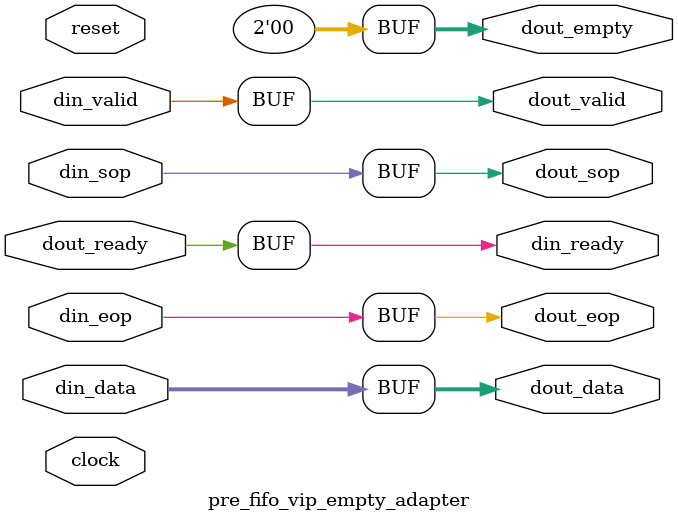
<source format=v>

module pre_fifo_vip_empty_adapter(
 clock,
 reset,

 din_ready,
 din_valid,
 din_data,
 din_sop,
 din_eop,
// din_empty,

 dout_ready,
 dout_valid,
 dout_data,
 dout_sop,
 dout_eop,
 dout_empty

);

input clock;
input reset;

output din_ready;
input din_valid;
input [23:0] din_data;
input din_sop;
input din_eop;
//input [1:0] din_empty;

input dout_ready;
output dout_valid;
output [23:0] dout_data;
output dout_sop;
output dout_eop;
output [1:0] dout_empty;


  assign din_ready = dout_ready;

  assign dout_data = din_data;
  assign dout_valid = din_valid;
  assign dout_sop = din_sop;
  assign dout_eop = din_eop;
  assign dout_empty = 2'b0;

endmodule




</source>
